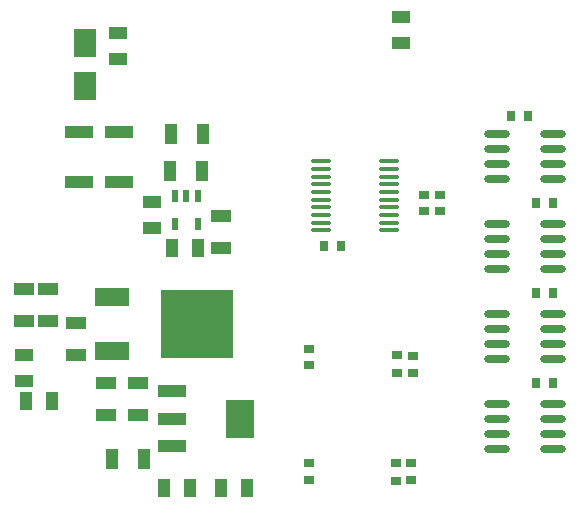
<source format=gtp>
%FSLAX25Y25*%
%MOIN*%
G70*
G01*
G75*
G04 Layer_Color=8421504*
%ADD10O,0.06693X0.01378*%
%ADD11R,0.03543X0.03150*%
%ADD12R,0.07284X0.09252*%
%ADD13R,0.03543X0.02756*%
%ADD14R,0.09449X0.03937*%
%ADD15R,0.05906X0.03937*%
%ADD16O,0.08661X0.02362*%
%ADD17R,0.03150X0.03543*%
%ADD18R,0.09449X0.12992*%
%ADD19R,0.09449X0.03937*%
%ADD20R,0.03937X0.05906*%
%ADD21R,0.06693X0.04331*%
%ADD22R,0.04331X0.06693*%
%ADD23R,0.24410X0.22835*%
%ADD24R,0.11811X0.06299*%
%ADD25R,0.02362X0.04331*%
%ADD26C,0.03000*%
%ADD27C,0.01500*%
%ADD28C,0.00800*%
%ADD29C,0.01000*%
%ADD30C,0.02500*%
%ADD31C,0.02000*%
%ADD32C,0.15000*%
%ADD33C,0.05906*%
%ADD34R,0.05906X0.05906*%
%ADD35R,0.05906X0.05906*%
%ADD36C,0.05000*%
%ADD37C,0.02500*%
%ADD38C,0.00984*%
%ADD39C,0.02362*%
%ADD40C,0.00787*%
%ADD41C,0.00300*%
%ADD42C,0.00600*%
D10*
X133764Y93041D02*
D03*
Y95600D02*
D03*
Y98159D02*
D03*
Y100718D02*
D03*
Y103277D02*
D03*
Y105836D02*
D03*
Y108395D02*
D03*
Y110954D02*
D03*
Y113513D02*
D03*
Y116072D02*
D03*
X111323Y93041D02*
D03*
Y95600D02*
D03*
Y98159D02*
D03*
Y100718D02*
D03*
Y103277D02*
D03*
Y105836D02*
D03*
Y108395D02*
D03*
Y110954D02*
D03*
Y113513D02*
D03*
Y116072D02*
D03*
D11*
X150943Y99401D02*
D03*
Y104913D02*
D03*
X107295Y15439D02*
D03*
Y9927D02*
D03*
X141200Y9844D02*
D03*
Y15356D02*
D03*
X107395Y53539D02*
D03*
Y48027D02*
D03*
X141795Y45627D02*
D03*
Y51139D02*
D03*
X145543Y99401D02*
D03*
Y104913D02*
D03*
D12*
X32700Y155485D02*
D03*
Y141115D02*
D03*
D13*
X136200Y15553D02*
D03*
Y9647D02*
D03*
X136595Y51336D02*
D03*
Y45430D02*
D03*
D14*
X30507Y109300D02*
D03*
X43893D02*
D03*
X30507Y125800D02*
D03*
X43893D02*
D03*
D15*
X137800Y155369D02*
D03*
Y164031D02*
D03*
X12400Y51531D02*
D03*
Y42869D02*
D03*
X54840Y93894D02*
D03*
Y102555D02*
D03*
X43700Y158831D02*
D03*
Y150169D02*
D03*
D16*
X169801Y95050D02*
D03*
Y90050D02*
D03*
Y85050D02*
D03*
Y80050D02*
D03*
X188699Y95050D02*
D03*
Y90050D02*
D03*
Y85050D02*
D03*
Y80050D02*
D03*
X169801Y125050D02*
D03*
Y120050D02*
D03*
Y115050D02*
D03*
Y110050D02*
D03*
X188699Y125050D02*
D03*
Y120050D02*
D03*
Y115050D02*
D03*
Y110050D02*
D03*
X169801Y35050D02*
D03*
Y30050D02*
D03*
Y25050D02*
D03*
Y20050D02*
D03*
X188699Y35050D02*
D03*
Y30050D02*
D03*
Y25050D02*
D03*
Y20050D02*
D03*
X169801Y65050D02*
D03*
Y60050D02*
D03*
Y55050D02*
D03*
Y50050D02*
D03*
X188699Y65050D02*
D03*
Y60050D02*
D03*
Y55050D02*
D03*
Y50050D02*
D03*
D17*
X182994Y102050D02*
D03*
X188506D02*
D03*
X174744Y131300D02*
D03*
X180256D02*
D03*
X182994Y42050D02*
D03*
X188506D02*
D03*
X182994Y72050D02*
D03*
X188506D02*
D03*
X112387Y87657D02*
D03*
X117899D02*
D03*
D18*
X84317Y30300D02*
D03*
D19*
X61483Y21245D02*
D03*
Y30300D02*
D03*
Y39355D02*
D03*
D20*
X59069Y7300D02*
D03*
X67731D02*
D03*
X78077Y7150D02*
D03*
X86739D02*
D03*
X12777Y36050D02*
D03*
X21439D02*
D03*
X70171Y87224D02*
D03*
X61510D02*
D03*
D21*
X39600Y42115D02*
D03*
Y31485D02*
D03*
X50400Y42115D02*
D03*
Y31485D02*
D03*
X20400Y73415D02*
D03*
Y62785D02*
D03*
X29505Y51602D02*
D03*
Y62232D02*
D03*
X12200Y73415D02*
D03*
Y62785D02*
D03*
X77823Y87215D02*
D03*
Y97845D02*
D03*
D22*
X52215Y16800D02*
D03*
X41585D02*
D03*
X72015Y125200D02*
D03*
X61385D02*
D03*
X71655Y112724D02*
D03*
X61025D02*
D03*
D23*
X69852Y61917D02*
D03*
D24*
X41505Y52862D02*
D03*
Y70972D02*
D03*
D25*
X70080Y104449D02*
D03*
X66340D02*
D03*
X62600D02*
D03*
Y95000D02*
D03*
X70080D02*
D03*
M02*

</source>
